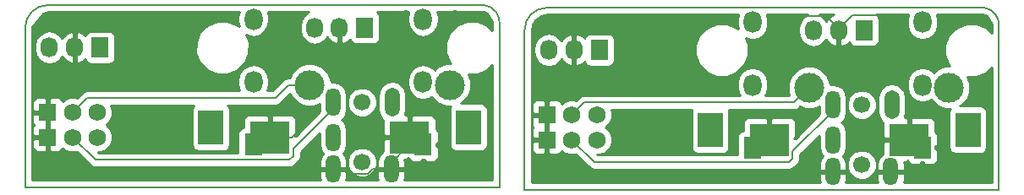
<source format=gbl>
G04 #@! TF.FileFunction,Copper,L2,Bot,Signal*
%FSLAX45Y45*%
G04 Gerber Fmt 4.5, Leading zero omitted, Abs format (unit mm)*
G04 Created by KiCad (PCBNEW 4.0.6+dfsg1-1) date Thu Nov  2 20:52:10 2017*
%MOMM*%
%LPD*%
G01*
G04 APERTURE LIST*
%ADD10C,0.150000*%
%ADD11R,1.800860X2.199640*%
%ADD12O,1.800860X2.199640*%
%ADD13R,1.727200X2.032000*%
%ADD14O,1.727200X2.032000*%
%ADD15C,1.750060*%
%ADD16R,1.750060X1.750060*%
%ADD17R,4.000000X3.200000*%
%ADD18C,3.000000*%
%ADD19R,2.500000X3.500000*%
%ADD20O,1.500000X2.800000*%
%ADD21O,1.500000X2.900000*%
%ADD22C,1.700000*%
%ADD23C,0.889000*%
%ADD24C,0.200000*%
%ADD25C,0.254000*%
G04 APERTURE END LIST*
D10*
X19975000Y-15340000D02*
X15225000Y-15340000D01*
X15450000Y-13515000D02*
G75*
G03X15225000Y-13740000I0J-225000D01*
G01*
X19975000Y-13715000D02*
G75*
G03X19825000Y-13515000I-175000J25000D01*
G01*
X15225000Y-15340000D02*
X15225000Y-13740000D01*
X15450000Y-13515000D02*
X19825000Y-13515000D01*
X19975000Y-15340000D02*
X19975000Y-13715000D01*
X14975000Y-15315000D02*
X14975000Y-13690000D01*
X10450000Y-13490000D02*
X14825000Y-13490000D01*
X10225000Y-15315000D02*
X10225000Y-13715000D01*
X14975000Y-13690000D02*
G75*
G03X14825000Y-13490000I-175000J25000D01*
G01*
X10450000Y-13490000D02*
G75*
G03X10225000Y-13715000I0J-225000D01*
G01*
X14975000Y-15315000D02*
X10225000Y-15315000D01*
D11*
X17510000Y-14919884D03*
D12*
X17510000Y-14289964D03*
X17510000Y-13660044D03*
D11*
X19210000Y-14919884D03*
D12*
X19210000Y-14289964D03*
X19210000Y-13660044D03*
D13*
X15975000Y-13940000D03*
D14*
X15721000Y-13940000D03*
X15467000Y-13940000D03*
D15*
X15949936Y-14589938D03*
D16*
X15450064Y-14589938D03*
D15*
X15700000Y-14589938D03*
X15700000Y-14839874D03*
D16*
X15450064Y-14839874D03*
D15*
X15949936Y-14839874D03*
D13*
X18625000Y-13740000D03*
D14*
X18371000Y-13740000D03*
X18117000Y-13740000D03*
D17*
X19075000Y-14840000D03*
X17675000Y-14840000D03*
D18*
X19475000Y-14315000D03*
X18075000Y-14315000D03*
D19*
X19665000Y-14740000D03*
X17085000Y-14740000D03*
D20*
X18892500Y-15160000D03*
X18312500Y-15160000D03*
X18312500Y-14840000D03*
X18312500Y-14490000D03*
D21*
X18902500Y-14490000D03*
D22*
X18602500Y-15090000D03*
X18602500Y-14490000D03*
D13*
X10975000Y-13915000D03*
D14*
X10721000Y-13915000D03*
X10467000Y-13915000D03*
D15*
X10949936Y-14564938D03*
D16*
X10450064Y-14564938D03*
D15*
X10700000Y-14564938D03*
X10700000Y-14814874D03*
D16*
X10450064Y-14814874D03*
D15*
X10949936Y-14814874D03*
D13*
X13625000Y-13715000D03*
D14*
X13371000Y-13715000D03*
X13125000Y-13715000D03*
D17*
X14075000Y-14815000D03*
X12675000Y-14815000D03*
D18*
X14475000Y-14290000D03*
X13075000Y-14290000D03*
D19*
X14665000Y-14715000D03*
X12085000Y-14715000D03*
D20*
X13890000Y-15135000D03*
X13310000Y-15135000D03*
X13310000Y-14815000D03*
X13310000Y-14465000D03*
D21*
X13900000Y-14465000D03*
D22*
X13600000Y-15065000D03*
X13600000Y-14465000D03*
D11*
X12510000Y-14889884D03*
D12*
X12510000Y-14259964D03*
X12510000Y-13630044D03*
D11*
X14210000Y-14889884D03*
D12*
X14210000Y-14259964D03*
X14210000Y-13630044D03*
D23*
X18960000Y-13625000D03*
X16840000Y-14915000D03*
X16295000Y-14670000D03*
X16265000Y-13740000D03*
X16835000Y-14090000D03*
X17200000Y-14305000D03*
X17815000Y-13925000D03*
X19530000Y-13650000D03*
X19330000Y-13985000D03*
X18940000Y-14150000D03*
X18575000Y-14045000D03*
X18320000Y-14045000D03*
X19780000Y-14360000D03*
X19680000Y-15140000D03*
X13755000Y-14270000D03*
X13455000Y-14270000D03*
X11785000Y-14575000D03*
X11315000Y-14895000D03*
X10615000Y-15155000D03*
X11970000Y-13625000D03*
X11830000Y-14095000D03*
X11340000Y-14140000D03*
X11350000Y-13665000D03*
X12825000Y-13770000D03*
X14035000Y-13585000D03*
X14530000Y-13585000D03*
X14330000Y-13900000D03*
X14060000Y-13860000D03*
X14020000Y-14050000D03*
X13380000Y-14010000D03*
X14790000Y-14340000D03*
X14510000Y-15130000D03*
D24*
X15700000Y-14839874D02*
X15925392Y-15065266D01*
X15925392Y-15065266D02*
X17873454Y-15065266D01*
X17873454Y-15065266D02*
X17910400Y-15028320D01*
X17910400Y-15028320D02*
X17910400Y-14957100D01*
X17910400Y-14957100D02*
X18312500Y-14555000D01*
X18312500Y-14555000D02*
X18312500Y-14490000D01*
X15700000Y-14589938D02*
X15822903Y-14467035D01*
X15822903Y-14467035D02*
X17922965Y-14467035D01*
X17922965Y-14467035D02*
X17925000Y-14465000D01*
X17925000Y-14465000D02*
X18075000Y-14315000D01*
X10700000Y-14814874D02*
X10927892Y-15042766D01*
X10927892Y-15042766D02*
X12870954Y-15042766D01*
X12870954Y-15042766D02*
X12910400Y-15003320D01*
X12910400Y-15003320D02*
X12910400Y-14929600D01*
X12910400Y-14929600D02*
X13310000Y-14530000D01*
X13310000Y-14530000D02*
X13310000Y-14465000D01*
X10700000Y-14564938D02*
X10844938Y-14420000D01*
X10844938Y-14420000D02*
X12732868Y-14420000D01*
X12732868Y-14420000D02*
X12862868Y-14290000D01*
X12862868Y-14290000D02*
X13075000Y-14290000D01*
X18940000Y-13645000D02*
X18960000Y-13625000D01*
X18940000Y-14150000D02*
X18940000Y-13645000D01*
X18505760Y-13590000D02*
X18785000Y-13590000D01*
X18371000Y-13724760D02*
X18505760Y-13590000D01*
X16295000Y-14670000D02*
X16540000Y-14915000D01*
X16540000Y-14915000D02*
X16840000Y-14915000D01*
X17200000Y-14305000D02*
X17050000Y-14305000D01*
X17050000Y-14305000D02*
X16835000Y-14090000D01*
X17892001Y-13602999D02*
X17815000Y-13680000D01*
X17815000Y-13680000D02*
X17815000Y-13925000D01*
X18371000Y-13740000D02*
X18371000Y-13724760D01*
X18371000Y-13724760D02*
X18249239Y-13602999D01*
X18249239Y-13602999D02*
X17892001Y-13602999D01*
X18940000Y-14150000D02*
X19105000Y-13985000D01*
X19105000Y-13985000D02*
X19330000Y-13985000D01*
X18320000Y-14045000D02*
X18575000Y-14045000D01*
X19870000Y-14980000D02*
X19870000Y-14450000D01*
X19870000Y-14450000D02*
X19780000Y-14360000D01*
X19754450Y-15095550D02*
X19870000Y-14980000D01*
X19680000Y-15140000D02*
X19724450Y-15095550D01*
X19724450Y-15095550D02*
X19754450Y-15095550D01*
X13380000Y-14195000D02*
X13410550Y-14225550D01*
X13380000Y-14010000D02*
X13380000Y-14195000D01*
X13410550Y-14225550D02*
X13455000Y-14270000D01*
X12985000Y-14725000D02*
X12985000Y-14675000D01*
X12675000Y-14815000D02*
X12895000Y-14815000D01*
X12895000Y-14815000D02*
X12985000Y-14725000D01*
X11315000Y-14895000D02*
X11635000Y-14575000D01*
X11635000Y-14575000D02*
X11785000Y-14575000D01*
X10672687Y-15145000D02*
X10625000Y-15145000D01*
X10625000Y-15145000D02*
X10615000Y-15155000D01*
X10450064Y-14814874D02*
X10450064Y-14922377D01*
X10450064Y-14922377D02*
X10672687Y-15145000D01*
X11830000Y-14095000D02*
X11830000Y-13765000D01*
X11830000Y-13765000D02*
X11970000Y-13625000D01*
X11350000Y-13665000D02*
X11350000Y-14130000D01*
X11350000Y-14130000D02*
X11340000Y-14140000D01*
X14060000Y-13860000D02*
X14060000Y-13610000D01*
X14060000Y-13610000D02*
X14035000Y-13585000D01*
X14060000Y-13860000D02*
X14290000Y-13860000D01*
X14290000Y-13860000D02*
X14330000Y-13900000D01*
X13380000Y-14010000D02*
X13980000Y-14010000D01*
X13980000Y-14010000D02*
X14020000Y-14050000D01*
X14860000Y-15000000D02*
X14860000Y-14410000D01*
X14860000Y-14410000D02*
X14790000Y-14340000D01*
X14730000Y-15130000D02*
X14860000Y-15000000D01*
X14510000Y-15130000D02*
X14730000Y-15130000D01*
X13890000Y-15135000D02*
X13708192Y-15135000D01*
X13708192Y-15135000D02*
X13657792Y-15185400D01*
X13657792Y-15185400D02*
X13455400Y-15185400D01*
X13455400Y-15185400D02*
X13405000Y-15135000D01*
X13405000Y-15135000D02*
X13310000Y-15135000D01*
X14207500Y-14897384D02*
X14097457Y-14897384D01*
X14097457Y-14897384D02*
X14075000Y-14874927D01*
X14075000Y-14874927D02*
X14075000Y-14815000D01*
X13890000Y-15135000D02*
X13890000Y-15070000D01*
X13890000Y-15070000D02*
X14075000Y-14885000D01*
X14075000Y-14885000D02*
X14075000Y-14815000D01*
D25*
G36*
X12356457Y-13606706D02*
X12356457Y-13653382D01*
X12366604Y-13704395D01*
X12351271Y-13689034D01*
X12253283Y-13648346D01*
X12147183Y-13648254D01*
X12049124Y-13688771D01*
X11974034Y-13763729D01*
X11933346Y-13861717D01*
X11933254Y-13967817D01*
X11973771Y-14065876D01*
X12048729Y-14140965D01*
X12146717Y-14181654D01*
X12252817Y-14181746D01*
X12350876Y-14141229D01*
X12425965Y-14066271D01*
X12466654Y-13968283D01*
X12466746Y-13862183D01*
X12434448Y-13784016D01*
X12451242Y-13795237D01*
X12510000Y-13806925D01*
X12568758Y-13795237D01*
X12618571Y-13761953D01*
X12651855Y-13712140D01*
X12663543Y-13653382D01*
X12663543Y-13606706D01*
X12654451Y-13561000D01*
X13063270Y-13561000D01*
X13019033Y-13590558D01*
X12986547Y-13639177D01*
X12975140Y-13696525D01*
X12975140Y-13733474D01*
X12986547Y-13790823D01*
X13019033Y-13839441D01*
X13067651Y-13871927D01*
X13125000Y-13883334D01*
X13182349Y-13871927D01*
X13230967Y-13839441D01*
X13248223Y-13813616D01*
X13280796Y-13850073D01*
X13333521Y-13875471D01*
X13335097Y-13875736D01*
X13358300Y-13863622D01*
X13358300Y-13727700D01*
X13356300Y-13727700D01*
X13356300Y-13702300D01*
X13358300Y-13702300D01*
X13358300Y-13700300D01*
X13383700Y-13700300D01*
X13383700Y-13702300D01*
X13385700Y-13702300D01*
X13385700Y-13727700D01*
X13383700Y-13727700D01*
X13383700Y-13863622D01*
X13406903Y-13875736D01*
X13408479Y-13875471D01*
X13461204Y-13850073D01*
X13476891Y-13832515D01*
X13478324Y-13840132D01*
X13492231Y-13861744D01*
X13513451Y-13876243D01*
X13538640Y-13881344D01*
X13711360Y-13881344D01*
X13734892Y-13876916D01*
X13756504Y-13863009D01*
X13771003Y-13841789D01*
X13776104Y-13816600D01*
X13776104Y-13613400D01*
X13771676Y-13589868D01*
X13757769Y-13568256D01*
X13747150Y-13561000D01*
X14065549Y-13561000D01*
X14056457Y-13606706D01*
X14056457Y-13653382D01*
X14068145Y-13712140D01*
X14101429Y-13761953D01*
X14151242Y-13795237D01*
X14210000Y-13806925D01*
X14268758Y-13795237D01*
X14318571Y-13761953D01*
X14351855Y-13712140D01*
X14363543Y-13653382D01*
X14363543Y-13606706D01*
X14354451Y-13561000D01*
X14812876Y-13561000D01*
X14853184Y-13575179D01*
X14860642Y-13581866D01*
X14902148Y-13657960D01*
X14904000Y-13691934D01*
X14904000Y-13741856D01*
X14851271Y-13689034D01*
X14753283Y-13648346D01*
X14647183Y-13648254D01*
X14549124Y-13688771D01*
X14474034Y-13763729D01*
X14433346Y-13861717D01*
X14433254Y-13967817D01*
X14473771Y-14065876D01*
X14484384Y-14076508D01*
X14432718Y-14076463D01*
X14354220Y-14108898D01*
X14325157Y-14137911D01*
X14318571Y-14128055D01*
X14268758Y-14094771D01*
X14210000Y-14083083D01*
X14151242Y-14094771D01*
X14101429Y-14128055D01*
X14068145Y-14177868D01*
X14056457Y-14236626D01*
X14056457Y-14283302D01*
X14068145Y-14342060D01*
X14101429Y-14391873D01*
X14151242Y-14425157D01*
X14210000Y-14436845D01*
X14268758Y-14425157D01*
X14293114Y-14408883D01*
X14293898Y-14410780D01*
X14353904Y-14470891D01*
X14432346Y-14503463D01*
X14488077Y-14503511D01*
X14480357Y-14514811D01*
X14475256Y-14540000D01*
X14475256Y-14890000D01*
X14479684Y-14913532D01*
X14493591Y-14935144D01*
X14514811Y-14949643D01*
X14540000Y-14954744D01*
X14790000Y-14954744D01*
X14813532Y-14950316D01*
X14835144Y-14936409D01*
X14849643Y-14915189D01*
X14854744Y-14890000D01*
X14854744Y-14540000D01*
X14850316Y-14516468D01*
X14836409Y-14494856D01*
X14815189Y-14480357D01*
X14790000Y-14475256D01*
X14585727Y-14475256D01*
X14595780Y-14471102D01*
X14655891Y-14411096D01*
X14688463Y-14332654D01*
X14688537Y-14247718D01*
X14661245Y-14181666D01*
X14752817Y-14181746D01*
X14850876Y-14141229D01*
X14904000Y-14088198D01*
X14904000Y-15244000D01*
X14019235Y-15244000D01*
X14028500Y-15212700D01*
X14028500Y-15147700D01*
X13902700Y-15147700D01*
X13902700Y-15149700D01*
X13877300Y-15149700D01*
X13877300Y-15147700D01*
X13751500Y-15147700D01*
X13751500Y-15212700D01*
X13760765Y-15244000D01*
X13439235Y-15244000D01*
X13448500Y-15212700D01*
X13448500Y-15147700D01*
X13322700Y-15147700D01*
X13322700Y-15149700D01*
X13297300Y-15149700D01*
X13297300Y-15147700D01*
X13171500Y-15147700D01*
X13171500Y-15212700D01*
X13180765Y-15244000D01*
X10296000Y-15244000D01*
X10296000Y-14843449D01*
X10299061Y-14843449D01*
X10299061Y-14915008D01*
X10308728Y-14938347D01*
X10326591Y-14956210D01*
X10349930Y-14965877D01*
X10421489Y-14965877D01*
X10437364Y-14950002D01*
X10437364Y-14827574D01*
X10314936Y-14827574D01*
X10299061Y-14843449D01*
X10296000Y-14843449D01*
X10296000Y-14593513D01*
X10299061Y-14593513D01*
X10299061Y-14665072D01*
X10308728Y-14688411D01*
X10310224Y-14689906D01*
X10308728Y-14691401D01*
X10299061Y-14714740D01*
X10299061Y-14786299D01*
X10314936Y-14802174D01*
X10437364Y-14802174D01*
X10437364Y-14577638D01*
X10314936Y-14577638D01*
X10299061Y-14593513D01*
X10296000Y-14593513D01*
X10296000Y-14464804D01*
X10299061Y-14464804D01*
X10299061Y-14536363D01*
X10314936Y-14552238D01*
X10437364Y-14552238D01*
X10437364Y-14429810D01*
X10462764Y-14429810D01*
X10462764Y-14552238D01*
X10464764Y-14552238D01*
X10464764Y-14577638D01*
X10462764Y-14577638D01*
X10462764Y-14802174D01*
X10464764Y-14802174D01*
X10464764Y-14827574D01*
X10462764Y-14827574D01*
X10462764Y-14950002D01*
X10478639Y-14965877D01*
X10550198Y-14965877D01*
X10573537Y-14956210D01*
X10591400Y-14938347D01*
X10596823Y-14925254D01*
X10614352Y-14942813D01*
X10669832Y-14965851D01*
X10729905Y-14965903D01*
X10742061Y-14960880D01*
X10875920Y-15094738D01*
X10899765Y-15110671D01*
X10927892Y-15116266D01*
X12870954Y-15116266D01*
X12899081Y-15110671D01*
X12922926Y-15094738D01*
X12962372Y-15055292D01*
X12978305Y-15031447D01*
X12983900Y-15003320D01*
X12983900Y-14960044D01*
X13171500Y-14772445D01*
X13171500Y-14883987D01*
X13182043Y-14936988D01*
X13209232Y-14977680D01*
X13186903Y-15005265D01*
X13171500Y-15057300D01*
X13171500Y-15122300D01*
X13297300Y-15122300D01*
X13297300Y-15120300D01*
X13322700Y-15120300D01*
X13322700Y-15122300D01*
X13448500Y-15122300D01*
X13448500Y-15094409D01*
X13451474Y-15094409D01*
X13474034Y-15149009D01*
X13515772Y-15190819D01*
X13570332Y-15213474D01*
X13629409Y-15213526D01*
X13684009Y-15190966D01*
X13725819Y-15149228D01*
X13748474Y-15094668D01*
X13748507Y-15057300D01*
X13751500Y-15057300D01*
X13751500Y-15122300D01*
X13877300Y-15122300D01*
X13877300Y-15120300D01*
X13902700Y-15120300D01*
X13902700Y-15122300D01*
X14028500Y-15122300D01*
X14028500Y-15057300D01*
X14022935Y-15038500D01*
X14046425Y-15038500D01*
X14061135Y-15023790D01*
X14062300Y-15026603D01*
X14062300Y-15038500D01*
X14068788Y-15038500D01*
X14083987Y-15053699D01*
X14107326Y-15063366D01*
X14181425Y-15063366D01*
X14197300Y-15047491D01*
X14197300Y-15038500D01*
X14222700Y-15038500D01*
X14222700Y-15047491D01*
X14238575Y-15063366D01*
X14312674Y-15063366D01*
X14336013Y-15053699D01*
X14353876Y-15035836D01*
X14363543Y-15012497D01*
X14363543Y-14918459D01*
X14347668Y-14902584D01*
X14338500Y-14902584D01*
X14338500Y-14877184D01*
X14347668Y-14877184D01*
X14363543Y-14861309D01*
X14363543Y-14767271D01*
X14353876Y-14743932D01*
X14338500Y-14728556D01*
X14338500Y-14642369D01*
X14328833Y-14619030D01*
X14310970Y-14601167D01*
X14287631Y-14591500D01*
X14103575Y-14591500D01*
X14087700Y-14607375D01*
X14087700Y-14724531D01*
X14083987Y-14726069D01*
X14066124Y-14743932D01*
X14062300Y-14753165D01*
X14062300Y-14607375D01*
X14046425Y-14591500D01*
X14028074Y-14591500D01*
X14038500Y-14539085D01*
X14038500Y-14390915D01*
X14027957Y-14337913D01*
X13997934Y-14292981D01*
X13953002Y-14262958D01*
X13900000Y-14252415D01*
X13846998Y-14262958D01*
X13802066Y-14292981D01*
X13772043Y-14337913D01*
X13761500Y-14390915D01*
X13761500Y-14539085D01*
X13772043Y-14592086D01*
X13802066Y-14637019D01*
X13811500Y-14643323D01*
X13811500Y-14786425D01*
X13827375Y-14802300D01*
X14056457Y-14802300D01*
X14056457Y-14827700D01*
X13827375Y-14827700D01*
X13811500Y-14843575D01*
X13811500Y-14957407D01*
X13801046Y-14963085D01*
X13766903Y-15005265D01*
X13751500Y-15057300D01*
X13748507Y-15057300D01*
X13748526Y-15035591D01*
X13725966Y-14980991D01*
X13684228Y-14939181D01*
X13629668Y-14916526D01*
X13570591Y-14916474D01*
X13515991Y-14939034D01*
X13474181Y-14980772D01*
X13451526Y-15035332D01*
X13451474Y-15094409D01*
X13448500Y-15094409D01*
X13448500Y-15057300D01*
X13433097Y-15005265D01*
X13410768Y-14977680D01*
X13437957Y-14936988D01*
X13448500Y-14883987D01*
X13448500Y-14746013D01*
X13437957Y-14693011D01*
X13407934Y-14648079D01*
X13395843Y-14640000D01*
X13407934Y-14631921D01*
X13437957Y-14586988D01*
X13448500Y-14533987D01*
X13448500Y-14494409D01*
X13451474Y-14494409D01*
X13474034Y-14549009D01*
X13515772Y-14590819D01*
X13570332Y-14613474D01*
X13629409Y-14613526D01*
X13684009Y-14590966D01*
X13725819Y-14549228D01*
X13748474Y-14494668D01*
X13748526Y-14435591D01*
X13725966Y-14380991D01*
X13684228Y-14339181D01*
X13629668Y-14316526D01*
X13570591Y-14316474D01*
X13515991Y-14339034D01*
X13474181Y-14380772D01*
X13451526Y-14435332D01*
X13451474Y-14494409D01*
X13448500Y-14494409D01*
X13448500Y-14396013D01*
X13437957Y-14343011D01*
X13407934Y-14298079D01*
X13363002Y-14268056D01*
X13310000Y-14257513D01*
X13288525Y-14261785D01*
X13288537Y-14247718D01*
X13256102Y-14169220D01*
X13196096Y-14109109D01*
X13117654Y-14076537D01*
X13032718Y-14076463D01*
X12954220Y-14108898D01*
X12894109Y-14168904D01*
X12874345Y-14216500D01*
X12862868Y-14216500D01*
X12834741Y-14222095D01*
X12810896Y-14238028D01*
X12702423Y-14346500D01*
X12648889Y-14346500D01*
X12651855Y-14342060D01*
X12663543Y-14283302D01*
X12663543Y-14236626D01*
X12651855Y-14177868D01*
X12618571Y-14128055D01*
X12568758Y-14094771D01*
X12510000Y-14083083D01*
X12451242Y-14094771D01*
X12401429Y-14128055D01*
X12368145Y-14177868D01*
X12356457Y-14236626D01*
X12356457Y-14283302D01*
X12368145Y-14342060D01*
X12371111Y-14346500D01*
X10844938Y-14346500D01*
X10816811Y-14352095D01*
X10792966Y-14368028D01*
X10742084Y-14418909D01*
X10730168Y-14413961D01*
X10670095Y-14413909D01*
X10614575Y-14436849D01*
X10596827Y-14454567D01*
X10591400Y-14441465D01*
X10573537Y-14423602D01*
X10550198Y-14413935D01*
X10478639Y-14413935D01*
X10462764Y-14429810D01*
X10437364Y-14429810D01*
X10421489Y-14413935D01*
X10349930Y-14413935D01*
X10326591Y-14423602D01*
X10308728Y-14441465D01*
X10299061Y-14464804D01*
X10296000Y-14464804D01*
X10296000Y-13896525D01*
X10317140Y-13896525D01*
X10317140Y-13933474D01*
X10328547Y-13990823D01*
X10361033Y-14039441D01*
X10409651Y-14071927D01*
X10467000Y-14083334D01*
X10524349Y-14071927D01*
X10572967Y-14039441D01*
X10593646Y-14008493D01*
X10630796Y-14050073D01*
X10683521Y-14075471D01*
X10685097Y-14075736D01*
X10708300Y-14063622D01*
X10708300Y-13927700D01*
X10706300Y-13927700D01*
X10706300Y-13902300D01*
X10708300Y-13902300D01*
X10708300Y-13766378D01*
X10733700Y-13766378D01*
X10733700Y-13902300D01*
X10735700Y-13902300D01*
X10735700Y-13927700D01*
X10733700Y-13927700D01*
X10733700Y-14063622D01*
X10756903Y-14075736D01*
X10758479Y-14075471D01*
X10811204Y-14050073D01*
X10826891Y-14032515D01*
X10828324Y-14040132D01*
X10842231Y-14061744D01*
X10863451Y-14076243D01*
X10888640Y-14081344D01*
X11061360Y-14081344D01*
X11084892Y-14076916D01*
X11106504Y-14063009D01*
X11121003Y-14041789D01*
X11126104Y-14016600D01*
X11126104Y-13813400D01*
X11121676Y-13789868D01*
X11107769Y-13768256D01*
X11086549Y-13753757D01*
X11061360Y-13748656D01*
X10888640Y-13748656D01*
X10865108Y-13753084D01*
X10843496Y-13766991D01*
X10828997Y-13788211D01*
X10827077Y-13797693D01*
X10811204Y-13779927D01*
X10758479Y-13754529D01*
X10756903Y-13754264D01*
X10733700Y-13766378D01*
X10708300Y-13766378D01*
X10685097Y-13754264D01*
X10683521Y-13754529D01*
X10630796Y-13779927D01*
X10593646Y-13821507D01*
X10572967Y-13790558D01*
X10524349Y-13758073D01*
X10467000Y-13746665D01*
X10409651Y-13758073D01*
X10361033Y-13790558D01*
X10328547Y-13839177D01*
X10317140Y-13896525D01*
X10296000Y-13896525D01*
X10296000Y-13721993D01*
X10298753Y-13708152D01*
X10403396Y-13571661D01*
X10456993Y-13561000D01*
X12365549Y-13561000D01*
X12356457Y-13606706D01*
X12356457Y-13606706D01*
G37*
X12356457Y-13606706D02*
X12356457Y-13653382D01*
X12366604Y-13704395D01*
X12351271Y-13689034D01*
X12253283Y-13648346D01*
X12147183Y-13648254D01*
X12049124Y-13688771D01*
X11974034Y-13763729D01*
X11933346Y-13861717D01*
X11933254Y-13967817D01*
X11973771Y-14065876D01*
X12048729Y-14140965D01*
X12146717Y-14181654D01*
X12252817Y-14181746D01*
X12350876Y-14141229D01*
X12425965Y-14066271D01*
X12466654Y-13968283D01*
X12466746Y-13862183D01*
X12434448Y-13784016D01*
X12451242Y-13795237D01*
X12510000Y-13806925D01*
X12568758Y-13795237D01*
X12618571Y-13761953D01*
X12651855Y-13712140D01*
X12663543Y-13653382D01*
X12663543Y-13606706D01*
X12654451Y-13561000D01*
X13063270Y-13561000D01*
X13019033Y-13590558D01*
X12986547Y-13639177D01*
X12975140Y-13696525D01*
X12975140Y-13733474D01*
X12986547Y-13790823D01*
X13019033Y-13839441D01*
X13067651Y-13871927D01*
X13125000Y-13883334D01*
X13182349Y-13871927D01*
X13230967Y-13839441D01*
X13248223Y-13813616D01*
X13280796Y-13850073D01*
X13333521Y-13875471D01*
X13335097Y-13875736D01*
X13358300Y-13863622D01*
X13358300Y-13727700D01*
X13356300Y-13727700D01*
X13356300Y-13702300D01*
X13358300Y-13702300D01*
X13358300Y-13700300D01*
X13383700Y-13700300D01*
X13383700Y-13702300D01*
X13385700Y-13702300D01*
X13385700Y-13727700D01*
X13383700Y-13727700D01*
X13383700Y-13863622D01*
X13406903Y-13875736D01*
X13408479Y-13875471D01*
X13461204Y-13850073D01*
X13476891Y-13832515D01*
X13478324Y-13840132D01*
X13492231Y-13861744D01*
X13513451Y-13876243D01*
X13538640Y-13881344D01*
X13711360Y-13881344D01*
X13734892Y-13876916D01*
X13756504Y-13863009D01*
X13771003Y-13841789D01*
X13776104Y-13816600D01*
X13776104Y-13613400D01*
X13771676Y-13589868D01*
X13757769Y-13568256D01*
X13747150Y-13561000D01*
X14065549Y-13561000D01*
X14056457Y-13606706D01*
X14056457Y-13653382D01*
X14068145Y-13712140D01*
X14101429Y-13761953D01*
X14151242Y-13795237D01*
X14210000Y-13806925D01*
X14268758Y-13795237D01*
X14318571Y-13761953D01*
X14351855Y-13712140D01*
X14363543Y-13653382D01*
X14363543Y-13606706D01*
X14354451Y-13561000D01*
X14812876Y-13561000D01*
X14853184Y-13575179D01*
X14860642Y-13581866D01*
X14902148Y-13657960D01*
X14904000Y-13691934D01*
X14904000Y-13741856D01*
X14851271Y-13689034D01*
X14753283Y-13648346D01*
X14647183Y-13648254D01*
X14549124Y-13688771D01*
X14474034Y-13763729D01*
X14433346Y-13861717D01*
X14433254Y-13967817D01*
X14473771Y-14065876D01*
X14484384Y-14076508D01*
X14432718Y-14076463D01*
X14354220Y-14108898D01*
X14325157Y-14137911D01*
X14318571Y-14128055D01*
X14268758Y-14094771D01*
X14210000Y-14083083D01*
X14151242Y-14094771D01*
X14101429Y-14128055D01*
X14068145Y-14177868D01*
X14056457Y-14236626D01*
X14056457Y-14283302D01*
X14068145Y-14342060D01*
X14101429Y-14391873D01*
X14151242Y-14425157D01*
X14210000Y-14436845D01*
X14268758Y-14425157D01*
X14293114Y-14408883D01*
X14293898Y-14410780D01*
X14353904Y-14470891D01*
X14432346Y-14503463D01*
X14488077Y-14503511D01*
X14480357Y-14514811D01*
X14475256Y-14540000D01*
X14475256Y-14890000D01*
X14479684Y-14913532D01*
X14493591Y-14935144D01*
X14514811Y-14949643D01*
X14540000Y-14954744D01*
X14790000Y-14954744D01*
X14813532Y-14950316D01*
X14835144Y-14936409D01*
X14849643Y-14915189D01*
X14854744Y-14890000D01*
X14854744Y-14540000D01*
X14850316Y-14516468D01*
X14836409Y-14494856D01*
X14815189Y-14480357D01*
X14790000Y-14475256D01*
X14585727Y-14475256D01*
X14595780Y-14471102D01*
X14655891Y-14411096D01*
X14688463Y-14332654D01*
X14688537Y-14247718D01*
X14661245Y-14181666D01*
X14752817Y-14181746D01*
X14850876Y-14141229D01*
X14904000Y-14088198D01*
X14904000Y-15244000D01*
X14019235Y-15244000D01*
X14028500Y-15212700D01*
X14028500Y-15147700D01*
X13902700Y-15147700D01*
X13902700Y-15149700D01*
X13877300Y-15149700D01*
X13877300Y-15147700D01*
X13751500Y-15147700D01*
X13751500Y-15212700D01*
X13760765Y-15244000D01*
X13439235Y-15244000D01*
X13448500Y-15212700D01*
X13448500Y-15147700D01*
X13322700Y-15147700D01*
X13322700Y-15149700D01*
X13297300Y-15149700D01*
X13297300Y-15147700D01*
X13171500Y-15147700D01*
X13171500Y-15212700D01*
X13180765Y-15244000D01*
X10296000Y-15244000D01*
X10296000Y-14843449D01*
X10299061Y-14843449D01*
X10299061Y-14915008D01*
X10308728Y-14938347D01*
X10326591Y-14956210D01*
X10349930Y-14965877D01*
X10421489Y-14965877D01*
X10437364Y-14950002D01*
X10437364Y-14827574D01*
X10314936Y-14827574D01*
X10299061Y-14843449D01*
X10296000Y-14843449D01*
X10296000Y-14593513D01*
X10299061Y-14593513D01*
X10299061Y-14665072D01*
X10308728Y-14688411D01*
X10310224Y-14689906D01*
X10308728Y-14691401D01*
X10299061Y-14714740D01*
X10299061Y-14786299D01*
X10314936Y-14802174D01*
X10437364Y-14802174D01*
X10437364Y-14577638D01*
X10314936Y-14577638D01*
X10299061Y-14593513D01*
X10296000Y-14593513D01*
X10296000Y-14464804D01*
X10299061Y-14464804D01*
X10299061Y-14536363D01*
X10314936Y-14552238D01*
X10437364Y-14552238D01*
X10437364Y-14429810D01*
X10462764Y-14429810D01*
X10462764Y-14552238D01*
X10464764Y-14552238D01*
X10464764Y-14577638D01*
X10462764Y-14577638D01*
X10462764Y-14802174D01*
X10464764Y-14802174D01*
X10464764Y-14827574D01*
X10462764Y-14827574D01*
X10462764Y-14950002D01*
X10478639Y-14965877D01*
X10550198Y-14965877D01*
X10573537Y-14956210D01*
X10591400Y-14938347D01*
X10596823Y-14925254D01*
X10614352Y-14942813D01*
X10669832Y-14965851D01*
X10729905Y-14965903D01*
X10742061Y-14960880D01*
X10875920Y-15094738D01*
X10899765Y-15110671D01*
X10927892Y-15116266D01*
X12870954Y-15116266D01*
X12899081Y-15110671D01*
X12922926Y-15094738D01*
X12962372Y-15055292D01*
X12978305Y-15031447D01*
X12983900Y-15003320D01*
X12983900Y-14960044D01*
X13171500Y-14772445D01*
X13171500Y-14883987D01*
X13182043Y-14936988D01*
X13209232Y-14977680D01*
X13186903Y-15005265D01*
X13171500Y-15057300D01*
X13171500Y-15122300D01*
X13297300Y-15122300D01*
X13297300Y-15120300D01*
X13322700Y-15120300D01*
X13322700Y-15122300D01*
X13448500Y-15122300D01*
X13448500Y-15094409D01*
X13451474Y-15094409D01*
X13474034Y-15149009D01*
X13515772Y-15190819D01*
X13570332Y-15213474D01*
X13629409Y-15213526D01*
X13684009Y-15190966D01*
X13725819Y-15149228D01*
X13748474Y-15094668D01*
X13748507Y-15057300D01*
X13751500Y-15057300D01*
X13751500Y-15122300D01*
X13877300Y-15122300D01*
X13877300Y-15120300D01*
X13902700Y-15120300D01*
X13902700Y-15122300D01*
X14028500Y-15122300D01*
X14028500Y-15057300D01*
X14022935Y-15038500D01*
X14046425Y-15038500D01*
X14061135Y-15023790D01*
X14062300Y-15026603D01*
X14062300Y-15038500D01*
X14068788Y-15038500D01*
X14083987Y-15053699D01*
X14107326Y-15063366D01*
X14181425Y-15063366D01*
X14197300Y-15047491D01*
X14197300Y-15038500D01*
X14222700Y-15038500D01*
X14222700Y-15047491D01*
X14238575Y-15063366D01*
X14312674Y-15063366D01*
X14336013Y-15053699D01*
X14353876Y-15035836D01*
X14363543Y-15012497D01*
X14363543Y-14918459D01*
X14347668Y-14902584D01*
X14338500Y-14902584D01*
X14338500Y-14877184D01*
X14347668Y-14877184D01*
X14363543Y-14861309D01*
X14363543Y-14767271D01*
X14353876Y-14743932D01*
X14338500Y-14728556D01*
X14338500Y-14642369D01*
X14328833Y-14619030D01*
X14310970Y-14601167D01*
X14287631Y-14591500D01*
X14103575Y-14591500D01*
X14087700Y-14607375D01*
X14087700Y-14724531D01*
X14083987Y-14726069D01*
X14066124Y-14743932D01*
X14062300Y-14753165D01*
X14062300Y-14607375D01*
X14046425Y-14591500D01*
X14028074Y-14591500D01*
X14038500Y-14539085D01*
X14038500Y-14390915D01*
X14027957Y-14337913D01*
X13997934Y-14292981D01*
X13953002Y-14262958D01*
X13900000Y-14252415D01*
X13846998Y-14262958D01*
X13802066Y-14292981D01*
X13772043Y-14337913D01*
X13761500Y-14390915D01*
X13761500Y-14539085D01*
X13772043Y-14592086D01*
X13802066Y-14637019D01*
X13811500Y-14643323D01*
X13811500Y-14786425D01*
X13827375Y-14802300D01*
X14056457Y-14802300D01*
X14056457Y-14827700D01*
X13827375Y-14827700D01*
X13811500Y-14843575D01*
X13811500Y-14957407D01*
X13801046Y-14963085D01*
X13766903Y-15005265D01*
X13751500Y-15057300D01*
X13748507Y-15057300D01*
X13748526Y-15035591D01*
X13725966Y-14980991D01*
X13684228Y-14939181D01*
X13629668Y-14916526D01*
X13570591Y-14916474D01*
X13515991Y-14939034D01*
X13474181Y-14980772D01*
X13451526Y-15035332D01*
X13451474Y-15094409D01*
X13448500Y-15094409D01*
X13448500Y-15057300D01*
X13433097Y-15005265D01*
X13410768Y-14977680D01*
X13437957Y-14936988D01*
X13448500Y-14883987D01*
X13448500Y-14746013D01*
X13437957Y-14693011D01*
X13407934Y-14648079D01*
X13395843Y-14640000D01*
X13407934Y-14631921D01*
X13437957Y-14586988D01*
X13448500Y-14533987D01*
X13448500Y-14494409D01*
X13451474Y-14494409D01*
X13474034Y-14549009D01*
X13515772Y-14590819D01*
X13570332Y-14613474D01*
X13629409Y-14613526D01*
X13684009Y-14590966D01*
X13725819Y-14549228D01*
X13748474Y-14494668D01*
X13748526Y-14435591D01*
X13725966Y-14380991D01*
X13684228Y-14339181D01*
X13629668Y-14316526D01*
X13570591Y-14316474D01*
X13515991Y-14339034D01*
X13474181Y-14380772D01*
X13451526Y-14435332D01*
X13451474Y-14494409D01*
X13448500Y-14494409D01*
X13448500Y-14396013D01*
X13437957Y-14343011D01*
X13407934Y-14298079D01*
X13363002Y-14268056D01*
X13310000Y-14257513D01*
X13288525Y-14261785D01*
X13288537Y-14247718D01*
X13256102Y-14169220D01*
X13196096Y-14109109D01*
X13117654Y-14076537D01*
X13032718Y-14076463D01*
X12954220Y-14108898D01*
X12894109Y-14168904D01*
X12874345Y-14216500D01*
X12862868Y-14216500D01*
X12834741Y-14222095D01*
X12810896Y-14238028D01*
X12702423Y-14346500D01*
X12648889Y-14346500D01*
X12651855Y-14342060D01*
X12663543Y-14283302D01*
X12663543Y-14236626D01*
X12651855Y-14177868D01*
X12618571Y-14128055D01*
X12568758Y-14094771D01*
X12510000Y-14083083D01*
X12451242Y-14094771D01*
X12401429Y-14128055D01*
X12368145Y-14177868D01*
X12356457Y-14236626D01*
X12356457Y-14283302D01*
X12368145Y-14342060D01*
X12371111Y-14346500D01*
X10844938Y-14346500D01*
X10816811Y-14352095D01*
X10792966Y-14368028D01*
X10742084Y-14418909D01*
X10730168Y-14413961D01*
X10670095Y-14413909D01*
X10614575Y-14436849D01*
X10596827Y-14454567D01*
X10591400Y-14441465D01*
X10573537Y-14423602D01*
X10550198Y-14413935D01*
X10478639Y-14413935D01*
X10462764Y-14429810D01*
X10437364Y-14429810D01*
X10421489Y-14413935D01*
X10349930Y-14413935D01*
X10326591Y-14423602D01*
X10308728Y-14441465D01*
X10299061Y-14464804D01*
X10296000Y-14464804D01*
X10296000Y-13896525D01*
X10317140Y-13896525D01*
X10317140Y-13933474D01*
X10328547Y-13990823D01*
X10361033Y-14039441D01*
X10409651Y-14071927D01*
X10467000Y-14083334D01*
X10524349Y-14071927D01*
X10572967Y-14039441D01*
X10593646Y-14008493D01*
X10630796Y-14050073D01*
X10683521Y-14075471D01*
X10685097Y-14075736D01*
X10708300Y-14063622D01*
X10708300Y-13927700D01*
X10706300Y-13927700D01*
X10706300Y-13902300D01*
X10708300Y-13902300D01*
X10708300Y-13766378D01*
X10733700Y-13766378D01*
X10733700Y-13902300D01*
X10735700Y-13902300D01*
X10735700Y-13927700D01*
X10733700Y-13927700D01*
X10733700Y-14063622D01*
X10756903Y-14075736D01*
X10758479Y-14075471D01*
X10811204Y-14050073D01*
X10826891Y-14032515D01*
X10828324Y-14040132D01*
X10842231Y-14061744D01*
X10863451Y-14076243D01*
X10888640Y-14081344D01*
X11061360Y-14081344D01*
X11084892Y-14076916D01*
X11106504Y-14063009D01*
X11121003Y-14041789D01*
X11126104Y-14016600D01*
X11126104Y-13813400D01*
X11121676Y-13789868D01*
X11107769Y-13768256D01*
X11086549Y-13753757D01*
X11061360Y-13748656D01*
X10888640Y-13748656D01*
X10865108Y-13753084D01*
X10843496Y-13766991D01*
X10828997Y-13788211D01*
X10827077Y-13797693D01*
X10811204Y-13779927D01*
X10758479Y-13754529D01*
X10756903Y-13754264D01*
X10733700Y-13766378D01*
X10708300Y-13766378D01*
X10685097Y-13754264D01*
X10683521Y-13754529D01*
X10630796Y-13779927D01*
X10593646Y-13821507D01*
X10572967Y-13790558D01*
X10524349Y-13758073D01*
X10467000Y-13746665D01*
X10409651Y-13758073D01*
X10361033Y-13790558D01*
X10328547Y-13839177D01*
X10317140Y-13896525D01*
X10296000Y-13896525D01*
X10296000Y-13721993D01*
X10298753Y-13708152D01*
X10403396Y-13571661D01*
X10456993Y-13561000D01*
X12365549Y-13561000D01*
X12356457Y-13606706D01*
G36*
X12893898Y-14410780D02*
X12953904Y-14470891D01*
X13032346Y-14503463D01*
X13117281Y-14503537D01*
X13171500Y-14481134D01*
X13171500Y-14533987D01*
X13176572Y-14559484D01*
X12933756Y-14802300D01*
X12922625Y-14802300D01*
X12938500Y-14786425D01*
X12938500Y-14642369D01*
X12928833Y-14619030D01*
X12910970Y-14601167D01*
X12887631Y-14591500D01*
X12703575Y-14591500D01*
X12687700Y-14607375D01*
X12687700Y-14802300D01*
X12689700Y-14802300D01*
X12689700Y-14827700D01*
X12687700Y-14827700D01*
X12687700Y-14829700D01*
X12664787Y-14829700D01*
X12664787Y-14779902D01*
X12662300Y-14766685D01*
X12662300Y-14607375D01*
X12646425Y-14591500D01*
X12462369Y-14591500D01*
X12439030Y-14601167D01*
X12421167Y-14619030D01*
X12411500Y-14642369D01*
X12411500Y-14716749D01*
X12396425Y-14719586D01*
X12374813Y-14733493D01*
X12360314Y-14754713D01*
X12355213Y-14779902D01*
X12355213Y-14969266D01*
X10958337Y-14969266D01*
X10954952Y-14965881D01*
X10979841Y-14965903D01*
X11035361Y-14942963D01*
X11077875Y-14900522D01*
X11100913Y-14845042D01*
X11100965Y-14784969D01*
X11078025Y-14729449D01*
X11038519Y-14689874D01*
X11077875Y-14650586D01*
X11100913Y-14595106D01*
X11100965Y-14535033D01*
X11083804Y-14493500D01*
X11914997Y-14493500D01*
X11914856Y-14493591D01*
X11900357Y-14514811D01*
X11895256Y-14540000D01*
X11895256Y-14890000D01*
X11899684Y-14913532D01*
X11913591Y-14935144D01*
X11934811Y-14949643D01*
X11960000Y-14954744D01*
X12210000Y-14954744D01*
X12233532Y-14950316D01*
X12255144Y-14936409D01*
X12269643Y-14915189D01*
X12274744Y-14890000D01*
X12274744Y-14540000D01*
X12270316Y-14516468D01*
X12256409Y-14494856D01*
X12254425Y-14493500D01*
X12732868Y-14493500D01*
X12760995Y-14487905D01*
X12784840Y-14471972D01*
X12879903Y-14376910D01*
X12893898Y-14410780D01*
X12893898Y-14410780D01*
G37*
X12893898Y-14410780D02*
X12953904Y-14470891D01*
X13032346Y-14503463D01*
X13117281Y-14503537D01*
X13171500Y-14481134D01*
X13171500Y-14533987D01*
X13176572Y-14559484D01*
X12933756Y-14802300D01*
X12922625Y-14802300D01*
X12938500Y-14786425D01*
X12938500Y-14642369D01*
X12928833Y-14619030D01*
X12910970Y-14601167D01*
X12887631Y-14591500D01*
X12703575Y-14591500D01*
X12687700Y-14607375D01*
X12687700Y-14802300D01*
X12689700Y-14802300D01*
X12689700Y-14827700D01*
X12687700Y-14827700D01*
X12687700Y-14829700D01*
X12664787Y-14829700D01*
X12664787Y-14779902D01*
X12662300Y-14766685D01*
X12662300Y-14607375D01*
X12646425Y-14591500D01*
X12462369Y-14591500D01*
X12439030Y-14601167D01*
X12421167Y-14619030D01*
X12411500Y-14642369D01*
X12411500Y-14716749D01*
X12396425Y-14719586D01*
X12374813Y-14733493D01*
X12360314Y-14754713D01*
X12355213Y-14779902D01*
X12355213Y-14969266D01*
X10958337Y-14969266D01*
X10954952Y-14965881D01*
X10979841Y-14965903D01*
X11035361Y-14942963D01*
X11077875Y-14900522D01*
X11100913Y-14845042D01*
X11100965Y-14784969D01*
X11078025Y-14729449D01*
X11038519Y-14689874D01*
X11077875Y-14650586D01*
X11100913Y-14595106D01*
X11100965Y-14535033D01*
X11083804Y-14493500D01*
X11914997Y-14493500D01*
X11914856Y-14493591D01*
X11900357Y-14514811D01*
X11895256Y-14540000D01*
X11895256Y-14890000D01*
X11899684Y-14913532D01*
X11913591Y-14935144D01*
X11934811Y-14949643D01*
X11960000Y-14954744D01*
X12210000Y-14954744D01*
X12233532Y-14950316D01*
X12255144Y-14936409D01*
X12269643Y-14915189D01*
X12274744Y-14890000D01*
X12274744Y-14540000D01*
X12270316Y-14516468D01*
X12256409Y-14494856D01*
X12254425Y-14493500D01*
X12732868Y-14493500D01*
X12760995Y-14487905D01*
X12784840Y-14471972D01*
X12879903Y-14376910D01*
X12893898Y-14410780D01*
G36*
X17356457Y-13636706D02*
X17356457Y-13683382D01*
X17365362Y-13728150D01*
X17351271Y-13714034D01*
X17253283Y-13673346D01*
X17147183Y-13673254D01*
X17049124Y-13713771D01*
X16974035Y-13788729D01*
X16933346Y-13886717D01*
X16933254Y-13992817D01*
X16973771Y-14090876D01*
X17048729Y-14165965D01*
X17146717Y-14206654D01*
X17252817Y-14206746D01*
X17350876Y-14166229D01*
X17425966Y-14091271D01*
X17466654Y-13993283D01*
X17466746Y-13887183D01*
X17437302Y-13815923D01*
X17451242Y-13825237D01*
X17510000Y-13836925D01*
X17568758Y-13825237D01*
X17618571Y-13791953D01*
X17651855Y-13742140D01*
X17663543Y-13683382D01*
X17663543Y-13636706D01*
X17653457Y-13586000D01*
X18055270Y-13586000D01*
X18011033Y-13615558D01*
X17978547Y-13664177D01*
X17967140Y-13721525D01*
X17967140Y-13758474D01*
X17978547Y-13815823D01*
X18011033Y-13864441D01*
X18059651Y-13896927D01*
X18117000Y-13908334D01*
X18174349Y-13896927D01*
X18222967Y-13864441D01*
X18243646Y-13833493D01*
X18280796Y-13875073D01*
X18333521Y-13900471D01*
X18335097Y-13900736D01*
X18358300Y-13888622D01*
X18358300Y-13752700D01*
X18356300Y-13752700D01*
X18356300Y-13727300D01*
X18358300Y-13727300D01*
X18358300Y-13725300D01*
X18383700Y-13725300D01*
X18383700Y-13727300D01*
X18385700Y-13727300D01*
X18385700Y-13752700D01*
X18383700Y-13752700D01*
X18383700Y-13888622D01*
X18406903Y-13900736D01*
X18408479Y-13900471D01*
X18461204Y-13875073D01*
X18476891Y-13857515D01*
X18478324Y-13865132D01*
X18492231Y-13886744D01*
X18513451Y-13901243D01*
X18538640Y-13906344D01*
X18711360Y-13906344D01*
X18734892Y-13901916D01*
X18756504Y-13888009D01*
X18771003Y-13866789D01*
X18776104Y-13841600D01*
X18776104Y-13638400D01*
X18771676Y-13614868D01*
X18757769Y-13593256D01*
X18747150Y-13586000D01*
X19066543Y-13586000D01*
X19056457Y-13636706D01*
X19056457Y-13683382D01*
X19068145Y-13742140D01*
X19101429Y-13791953D01*
X19151242Y-13825237D01*
X19210000Y-13836925D01*
X19268758Y-13825237D01*
X19318571Y-13791953D01*
X19351855Y-13742140D01*
X19363543Y-13683382D01*
X19363543Y-13636706D01*
X19353457Y-13586000D01*
X19812876Y-13586000D01*
X19853184Y-13600179D01*
X19860643Y-13606866D01*
X19902148Y-13682960D01*
X19904000Y-13716934D01*
X19904000Y-13766856D01*
X19851271Y-13714034D01*
X19753283Y-13673346D01*
X19647183Y-13673254D01*
X19549124Y-13713771D01*
X19474035Y-13788729D01*
X19433346Y-13886717D01*
X19433254Y-13992817D01*
X19473771Y-14090876D01*
X19484384Y-14101508D01*
X19432719Y-14101463D01*
X19354220Y-14133898D01*
X19323153Y-14164911D01*
X19318571Y-14158055D01*
X19268758Y-14124771D01*
X19210000Y-14113083D01*
X19151242Y-14124771D01*
X19101429Y-14158055D01*
X19068145Y-14207868D01*
X19056457Y-14266626D01*
X19056457Y-14313302D01*
X19068145Y-14372060D01*
X19101429Y-14421873D01*
X19151242Y-14455157D01*
X19210000Y-14466845D01*
X19268758Y-14455157D01*
X19295443Y-14437327D01*
X19353904Y-14495891D01*
X19432346Y-14528463D01*
X19488078Y-14528511D01*
X19480357Y-14539811D01*
X19475256Y-14565000D01*
X19475256Y-14915000D01*
X19479684Y-14938532D01*
X19493591Y-14960144D01*
X19514811Y-14974643D01*
X19540000Y-14979744D01*
X19790000Y-14979744D01*
X19813532Y-14975316D01*
X19835144Y-14961409D01*
X19849643Y-14940189D01*
X19854744Y-14915000D01*
X19854744Y-14565000D01*
X19850316Y-14541468D01*
X19836409Y-14519856D01*
X19815189Y-14505357D01*
X19790000Y-14500256D01*
X19585727Y-14500256D01*
X19595780Y-14496102D01*
X19655891Y-14436096D01*
X19688463Y-14357654D01*
X19688537Y-14272718D01*
X19661245Y-14206666D01*
X19752817Y-14206746D01*
X19850876Y-14166229D01*
X19904000Y-14113198D01*
X19904000Y-15269000D01*
X19021735Y-15269000D01*
X19031000Y-15237700D01*
X19031000Y-15172700D01*
X18905200Y-15172700D01*
X18905200Y-15174700D01*
X18879800Y-15174700D01*
X18879800Y-15172700D01*
X18754000Y-15172700D01*
X18754000Y-15237700D01*
X18763265Y-15269000D01*
X18441735Y-15269000D01*
X18451000Y-15237700D01*
X18451000Y-15172700D01*
X18325200Y-15172700D01*
X18325200Y-15174700D01*
X18299800Y-15174700D01*
X18299800Y-15172700D01*
X18174000Y-15172700D01*
X18174000Y-15237700D01*
X18183265Y-15269000D01*
X15296000Y-15269000D01*
X15296000Y-14868449D01*
X15299061Y-14868449D01*
X15299061Y-14940008D01*
X15308728Y-14963347D01*
X15326591Y-14981210D01*
X15349930Y-14990877D01*
X15421489Y-14990877D01*
X15437364Y-14975002D01*
X15437364Y-14852574D01*
X15314936Y-14852574D01*
X15299061Y-14868449D01*
X15296000Y-14868449D01*
X15296000Y-14618513D01*
X15299061Y-14618513D01*
X15299061Y-14690072D01*
X15308728Y-14713411D01*
X15310223Y-14714906D01*
X15308728Y-14716401D01*
X15299061Y-14739740D01*
X15299061Y-14811299D01*
X15314936Y-14827174D01*
X15437364Y-14827174D01*
X15437364Y-14602638D01*
X15314936Y-14602638D01*
X15299061Y-14618513D01*
X15296000Y-14618513D01*
X15296000Y-14489804D01*
X15299061Y-14489804D01*
X15299061Y-14561363D01*
X15314936Y-14577238D01*
X15437364Y-14577238D01*
X15437364Y-14454810D01*
X15462764Y-14454810D01*
X15462764Y-14577238D01*
X15464764Y-14577238D01*
X15464764Y-14602638D01*
X15462764Y-14602638D01*
X15462764Y-14827174D01*
X15464764Y-14827174D01*
X15464764Y-14852574D01*
X15462764Y-14852574D01*
X15462764Y-14975002D01*
X15478639Y-14990877D01*
X15550198Y-14990877D01*
X15573537Y-14981210D01*
X15591400Y-14963347D01*
X15596823Y-14950254D01*
X15614352Y-14967813D01*
X15669832Y-14990851D01*
X15729905Y-14990903D01*
X15742061Y-14985880D01*
X15873420Y-15117238D01*
X15897265Y-15133171D01*
X15925392Y-15138766D01*
X17873454Y-15138766D01*
X17901581Y-15133171D01*
X17925426Y-15117238D01*
X17962372Y-15080292D01*
X17978305Y-15056447D01*
X17978912Y-15053398D01*
X17983900Y-15028320D01*
X17983900Y-14987544D01*
X18174000Y-14797445D01*
X18174000Y-14908987D01*
X18184543Y-14961988D01*
X18211732Y-15002680D01*
X18189403Y-15030265D01*
X18174000Y-15082300D01*
X18174000Y-15147300D01*
X18299800Y-15147300D01*
X18299800Y-15145300D01*
X18325200Y-15145300D01*
X18325200Y-15147300D01*
X18451000Y-15147300D01*
X18451000Y-15119409D01*
X18453974Y-15119409D01*
X18476534Y-15174009D01*
X18518272Y-15215819D01*
X18572832Y-15238474D01*
X18631909Y-15238526D01*
X18686509Y-15215966D01*
X18728319Y-15174228D01*
X18750974Y-15119668D01*
X18751007Y-15082300D01*
X18754000Y-15082300D01*
X18754000Y-15147300D01*
X18879800Y-15147300D01*
X18879800Y-15145300D01*
X18905200Y-15145300D01*
X18905200Y-15147300D01*
X19031000Y-15147300D01*
X19031000Y-15082300D01*
X19025435Y-15063500D01*
X19046425Y-15063500D01*
X19059670Y-15050255D01*
X19062300Y-15056603D01*
X19062300Y-15063500D01*
X19065157Y-15063500D01*
X19066124Y-15065836D01*
X19083987Y-15083699D01*
X19107326Y-15093366D01*
X19181425Y-15093366D01*
X19197300Y-15077491D01*
X19197300Y-15063500D01*
X19222700Y-15063500D01*
X19222700Y-15077491D01*
X19238575Y-15093366D01*
X19312674Y-15093366D01*
X19336013Y-15083699D01*
X19353876Y-15065836D01*
X19363543Y-15042497D01*
X19363543Y-14948459D01*
X19347668Y-14932584D01*
X19338500Y-14932584D01*
X19338500Y-14907184D01*
X19347668Y-14907184D01*
X19363543Y-14891309D01*
X19363543Y-14797271D01*
X19353876Y-14773932D01*
X19338500Y-14758556D01*
X19338500Y-14667369D01*
X19328833Y-14644030D01*
X19310970Y-14626167D01*
X19287631Y-14616500D01*
X19103575Y-14616500D01*
X19087700Y-14632375D01*
X19087700Y-14754531D01*
X19083987Y-14756069D01*
X19066124Y-14773932D01*
X19062300Y-14783165D01*
X19062300Y-14632375D01*
X19046425Y-14616500D01*
X19030574Y-14616500D01*
X19041000Y-14564085D01*
X19041000Y-14415915D01*
X19030457Y-14362913D01*
X19000434Y-14317981D01*
X18955502Y-14287958D01*
X18902500Y-14277415D01*
X18849498Y-14287958D01*
X18804566Y-14317981D01*
X18774543Y-14362913D01*
X18764000Y-14415915D01*
X18764000Y-14564085D01*
X18774543Y-14617086D01*
X18804566Y-14662019D01*
X18811733Y-14666808D01*
X18811500Y-14667369D01*
X18811500Y-14811425D01*
X18827375Y-14827300D01*
X19056457Y-14827300D01*
X19056457Y-14852700D01*
X18827375Y-14852700D01*
X18811500Y-14868575D01*
X18811500Y-14983765D01*
X18803546Y-14988085D01*
X18769403Y-15030265D01*
X18754000Y-15082300D01*
X18751007Y-15082300D01*
X18751026Y-15060591D01*
X18728466Y-15005991D01*
X18686728Y-14964181D01*
X18632168Y-14941526D01*
X18573091Y-14941474D01*
X18518491Y-14964034D01*
X18476681Y-15005772D01*
X18454026Y-15060332D01*
X18453974Y-15119409D01*
X18451000Y-15119409D01*
X18451000Y-15082300D01*
X18435597Y-15030265D01*
X18413268Y-15002680D01*
X18440457Y-14961988D01*
X18451000Y-14908987D01*
X18451000Y-14771013D01*
X18440457Y-14718011D01*
X18410434Y-14673079D01*
X18398343Y-14665000D01*
X18410434Y-14656921D01*
X18440457Y-14611988D01*
X18451000Y-14558987D01*
X18451000Y-14519409D01*
X18453974Y-14519409D01*
X18476534Y-14574009D01*
X18518272Y-14615819D01*
X18572832Y-14638474D01*
X18631909Y-14638526D01*
X18686509Y-14615966D01*
X18728319Y-14574228D01*
X18750974Y-14519668D01*
X18751026Y-14460591D01*
X18728466Y-14405991D01*
X18686728Y-14364181D01*
X18632168Y-14341526D01*
X18573091Y-14341474D01*
X18518491Y-14364034D01*
X18476681Y-14405772D01*
X18454026Y-14460332D01*
X18453974Y-14519409D01*
X18451000Y-14519409D01*
X18451000Y-14421013D01*
X18440457Y-14368011D01*
X18410434Y-14323079D01*
X18365502Y-14293056D01*
X18312500Y-14282513D01*
X18288524Y-14287282D01*
X18288537Y-14272718D01*
X18256102Y-14194220D01*
X18196096Y-14134109D01*
X18117654Y-14101537D01*
X18032719Y-14101463D01*
X17954220Y-14133898D01*
X17894109Y-14193904D01*
X17861537Y-14272346D01*
X17861463Y-14357281D01*
X17876443Y-14393535D01*
X17637506Y-14393535D01*
X17651855Y-14372060D01*
X17663543Y-14313302D01*
X17663543Y-14266626D01*
X17651855Y-14207868D01*
X17618571Y-14158055D01*
X17568758Y-14124771D01*
X17510000Y-14113083D01*
X17451242Y-14124771D01*
X17401429Y-14158055D01*
X17368145Y-14207868D01*
X17356457Y-14266626D01*
X17356457Y-14313302D01*
X17368145Y-14372060D01*
X17382494Y-14393535D01*
X15822903Y-14393535D01*
X15794776Y-14399130D01*
X15770931Y-14415063D01*
X15742084Y-14443909D01*
X15730168Y-14438961D01*
X15670095Y-14438909D01*
X15614575Y-14461849D01*
X15596827Y-14479567D01*
X15591400Y-14466465D01*
X15573537Y-14448602D01*
X15550198Y-14438935D01*
X15478639Y-14438935D01*
X15462764Y-14454810D01*
X15437364Y-14454810D01*
X15421489Y-14438935D01*
X15349930Y-14438935D01*
X15326591Y-14448602D01*
X15308728Y-14466465D01*
X15299061Y-14489804D01*
X15296000Y-14489804D01*
X15296000Y-13921525D01*
X15317140Y-13921525D01*
X15317140Y-13958474D01*
X15328547Y-14015823D01*
X15361033Y-14064441D01*
X15409651Y-14096927D01*
X15467000Y-14108334D01*
X15524349Y-14096927D01*
X15572967Y-14064441D01*
X15593646Y-14033493D01*
X15630796Y-14075073D01*
X15683521Y-14100471D01*
X15685097Y-14100736D01*
X15708300Y-14088622D01*
X15708300Y-13952700D01*
X15706300Y-13952700D01*
X15706300Y-13927300D01*
X15708300Y-13927300D01*
X15708300Y-13791378D01*
X15733700Y-13791378D01*
X15733700Y-13927300D01*
X15735700Y-13927300D01*
X15735700Y-13952700D01*
X15733700Y-13952700D01*
X15733700Y-14088622D01*
X15756903Y-14100736D01*
X15758479Y-14100471D01*
X15811204Y-14075073D01*
X15826891Y-14057515D01*
X15828324Y-14065132D01*
X15842231Y-14086744D01*
X15863451Y-14101243D01*
X15888640Y-14106344D01*
X16061360Y-14106344D01*
X16084892Y-14101916D01*
X16106504Y-14088009D01*
X16121003Y-14066789D01*
X16126104Y-14041600D01*
X16126104Y-13838400D01*
X16121676Y-13814868D01*
X16107769Y-13793256D01*
X16086549Y-13778757D01*
X16061360Y-13773656D01*
X15888640Y-13773656D01*
X15865108Y-13778084D01*
X15843496Y-13791991D01*
X15828997Y-13813211D01*
X15827077Y-13822693D01*
X15811204Y-13804927D01*
X15758479Y-13779529D01*
X15756903Y-13779264D01*
X15733700Y-13791378D01*
X15708300Y-13791378D01*
X15685097Y-13779264D01*
X15683521Y-13779529D01*
X15630796Y-13804927D01*
X15593646Y-13846507D01*
X15572967Y-13815558D01*
X15524349Y-13783073D01*
X15467000Y-13771665D01*
X15409651Y-13783073D01*
X15361033Y-13815558D01*
X15328547Y-13864177D01*
X15317140Y-13921525D01*
X15296000Y-13921525D01*
X15296000Y-13746993D01*
X15309008Y-13681599D01*
X15336685Y-13640177D01*
X15355269Y-13623282D01*
X15391599Y-13599008D01*
X15456993Y-13586000D01*
X17366543Y-13586000D01*
X17356457Y-13636706D01*
X17356457Y-13636706D01*
G37*
X17356457Y-13636706D02*
X17356457Y-13683382D01*
X17365362Y-13728150D01*
X17351271Y-13714034D01*
X17253283Y-13673346D01*
X17147183Y-13673254D01*
X17049124Y-13713771D01*
X16974035Y-13788729D01*
X16933346Y-13886717D01*
X16933254Y-13992817D01*
X16973771Y-14090876D01*
X17048729Y-14165965D01*
X17146717Y-14206654D01*
X17252817Y-14206746D01*
X17350876Y-14166229D01*
X17425966Y-14091271D01*
X17466654Y-13993283D01*
X17466746Y-13887183D01*
X17437302Y-13815923D01*
X17451242Y-13825237D01*
X17510000Y-13836925D01*
X17568758Y-13825237D01*
X17618571Y-13791953D01*
X17651855Y-13742140D01*
X17663543Y-13683382D01*
X17663543Y-13636706D01*
X17653457Y-13586000D01*
X18055270Y-13586000D01*
X18011033Y-13615558D01*
X17978547Y-13664177D01*
X17967140Y-13721525D01*
X17967140Y-13758474D01*
X17978547Y-13815823D01*
X18011033Y-13864441D01*
X18059651Y-13896927D01*
X18117000Y-13908334D01*
X18174349Y-13896927D01*
X18222967Y-13864441D01*
X18243646Y-13833493D01*
X18280796Y-13875073D01*
X18333521Y-13900471D01*
X18335097Y-13900736D01*
X18358300Y-13888622D01*
X18358300Y-13752700D01*
X18356300Y-13752700D01*
X18356300Y-13727300D01*
X18358300Y-13727300D01*
X18358300Y-13725300D01*
X18383700Y-13725300D01*
X18383700Y-13727300D01*
X18385700Y-13727300D01*
X18385700Y-13752700D01*
X18383700Y-13752700D01*
X18383700Y-13888622D01*
X18406903Y-13900736D01*
X18408479Y-13900471D01*
X18461204Y-13875073D01*
X18476891Y-13857515D01*
X18478324Y-13865132D01*
X18492231Y-13886744D01*
X18513451Y-13901243D01*
X18538640Y-13906344D01*
X18711360Y-13906344D01*
X18734892Y-13901916D01*
X18756504Y-13888009D01*
X18771003Y-13866789D01*
X18776104Y-13841600D01*
X18776104Y-13638400D01*
X18771676Y-13614868D01*
X18757769Y-13593256D01*
X18747150Y-13586000D01*
X19066543Y-13586000D01*
X19056457Y-13636706D01*
X19056457Y-13683382D01*
X19068145Y-13742140D01*
X19101429Y-13791953D01*
X19151242Y-13825237D01*
X19210000Y-13836925D01*
X19268758Y-13825237D01*
X19318571Y-13791953D01*
X19351855Y-13742140D01*
X19363543Y-13683382D01*
X19363543Y-13636706D01*
X19353457Y-13586000D01*
X19812876Y-13586000D01*
X19853184Y-13600179D01*
X19860643Y-13606866D01*
X19902148Y-13682960D01*
X19904000Y-13716934D01*
X19904000Y-13766856D01*
X19851271Y-13714034D01*
X19753283Y-13673346D01*
X19647183Y-13673254D01*
X19549124Y-13713771D01*
X19474035Y-13788729D01*
X19433346Y-13886717D01*
X19433254Y-13992817D01*
X19473771Y-14090876D01*
X19484384Y-14101508D01*
X19432719Y-14101463D01*
X19354220Y-14133898D01*
X19323153Y-14164911D01*
X19318571Y-14158055D01*
X19268758Y-14124771D01*
X19210000Y-14113083D01*
X19151242Y-14124771D01*
X19101429Y-14158055D01*
X19068145Y-14207868D01*
X19056457Y-14266626D01*
X19056457Y-14313302D01*
X19068145Y-14372060D01*
X19101429Y-14421873D01*
X19151242Y-14455157D01*
X19210000Y-14466845D01*
X19268758Y-14455157D01*
X19295443Y-14437327D01*
X19353904Y-14495891D01*
X19432346Y-14528463D01*
X19488078Y-14528511D01*
X19480357Y-14539811D01*
X19475256Y-14565000D01*
X19475256Y-14915000D01*
X19479684Y-14938532D01*
X19493591Y-14960144D01*
X19514811Y-14974643D01*
X19540000Y-14979744D01*
X19790000Y-14979744D01*
X19813532Y-14975316D01*
X19835144Y-14961409D01*
X19849643Y-14940189D01*
X19854744Y-14915000D01*
X19854744Y-14565000D01*
X19850316Y-14541468D01*
X19836409Y-14519856D01*
X19815189Y-14505357D01*
X19790000Y-14500256D01*
X19585727Y-14500256D01*
X19595780Y-14496102D01*
X19655891Y-14436096D01*
X19688463Y-14357654D01*
X19688537Y-14272718D01*
X19661245Y-14206666D01*
X19752817Y-14206746D01*
X19850876Y-14166229D01*
X19904000Y-14113198D01*
X19904000Y-15269000D01*
X19021735Y-15269000D01*
X19031000Y-15237700D01*
X19031000Y-15172700D01*
X18905200Y-15172700D01*
X18905200Y-15174700D01*
X18879800Y-15174700D01*
X18879800Y-15172700D01*
X18754000Y-15172700D01*
X18754000Y-15237700D01*
X18763265Y-15269000D01*
X18441735Y-15269000D01*
X18451000Y-15237700D01*
X18451000Y-15172700D01*
X18325200Y-15172700D01*
X18325200Y-15174700D01*
X18299800Y-15174700D01*
X18299800Y-15172700D01*
X18174000Y-15172700D01*
X18174000Y-15237700D01*
X18183265Y-15269000D01*
X15296000Y-15269000D01*
X15296000Y-14868449D01*
X15299061Y-14868449D01*
X15299061Y-14940008D01*
X15308728Y-14963347D01*
X15326591Y-14981210D01*
X15349930Y-14990877D01*
X15421489Y-14990877D01*
X15437364Y-14975002D01*
X15437364Y-14852574D01*
X15314936Y-14852574D01*
X15299061Y-14868449D01*
X15296000Y-14868449D01*
X15296000Y-14618513D01*
X15299061Y-14618513D01*
X15299061Y-14690072D01*
X15308728Y-14713411D01*
X15310223Y-14714906D01*
X15308728Y-14716401D01*
X15299061Y-14739740D01*
X15299061Y-14811299D01*
X15314936Y-14827174D01*
X15437364Y-14827174D01*
X15437364Y-14602638D01*
X15314936Y-14602638D01*
X15299061Y-14618513D01*
X15296000Y-14618513D01*
X15296000Y-14489804D01*
X15299061Y-14489804D01*
X15299061Y-14561363D01*
X15314936Y-14577238D01*
X15437364Y-14577238D01*
X15437364Y-14454810D01*
X15462764Y-14454810D01*
X15462764Y-14577238D01*
X15464764Y-14577238D01*
X15464764Y-14602638D01*
X15462764Y-14602638D01*
X15462764Y-14827174D01*
X15464764Y-14827174D01*
X15464764Y-14852574D01*
X15462764Y-14852574D01*
X15462764Y-14975002D01*
X15478639Y-14990877D01*
X15550198Y-14990877D01*
X15573537Y-14981210D01*
X15591400Y-14963347D01*
X15596823Y-14950254D01*
X15614352Y-14967813D01*
X15669832Y-14990851D01*
X15729905Y-14990903D01*
X15742061Y-14985880D01*
X15873420Y-15117238D01*
X15897265Y-15133171D01*
X15925392Y-15138766D01*
X17873454Y-15138766D01*
X17901581Y-15133171D01*
X17925426Y-15117238D01*
X17962372Y-15080292D01*
X17978305Y-15056447D01*
X17978912Y-15053398D01*
X17983900Y-15028320D01*
X17983900Y-14987544D01*
X18174000Y-14797445D01*
X18174000Y-14908987D01*
X18184543Y-14961988D01*
X18211732Y-15002680D01*
X18189403Y-15030265D01*
X18174000Y-15082300D01*
X18174000Y-15147300D01*
X18299800Y-15147300D01*
X18299800Y-15145300D01*
X18325200Y-15145300D01*
X18325200Y-15147300D01*
X18451000Y-15147300D01*
X18451000Y-15119409D01*
X18453974Y-15119409D01*
X18476534Y-15174009D01*
X18518272Y-15215819D01*
X18572832Y-15238474D01*
X18631909Y-15238526D01*
X18686509Y-15215966D01*
X18728319Y-15174228D01*
X18750974Y-15119668D01*
X18751007Y-15082300D01*
X18754000Y-15082300D01*
X18754000Y-15147300D01*
X18879800Y-15147300D01*
X18879800Y-15145300D01*
X18905200Y-15145300D01*
X18905200Y-15147300D01*
X19031000Y-15147300D01*
X19031000Y-15082300D01*
X19025435Y-15063500D01*
X19046425Y-15063500D01*
X19059670Y-15050255D01*
X19062300Y-15056603D01*
X19062300Y-15063500D01*
X19065157Y-15063500D01*
X19066124Y-15065836D01*
X19083987Y-15083699D01*
X19107326Y-15093366D01*
X19181425Y-15093366D01*
X19197300Y-15077491D01*
X19197300Y-15063500D01*
X19222700Y-15063500D01*
X19222700Y-15077491D01*
X19238575Y-15093366D01*
X19312674Y-15093366D01*
X19336013Y-15083699D01*
X19353876Y-15065836D01*
X19363543Y-15042497D01*
X19363543Y-14948459D01*
X19347668Y-14932584D01*
X19338500Y-14932584D01*
X19338500Y-14907184D01*
X19347668Y-14907184D01*
X19363543Y-14891309D01*
X19363543Y-14797271D01*
X19353876Y-14773932D01*
X19338500Y-14758556D01*
X19338500Y-14667369D01*
X19328833Y-14644030D01*
X19310970Y-14626167D01*
X19287631Y-14616500D01*
X19103575Y-14616500D01*
X19087700Y-14632375D01*
X19087700Y-14754531D01*
X19083987Y-14756069D01*
X19066124Y-14773932D01*
X19062300Y-14783165D01*
X19062300Y-14632375D01*
X19046425Y-14616500D01*
X19030574Y-14616500D01*
X19041000Y-14564085D01*
X19041000Y-14415915D01*
X19030457Y-14362913D01*
X19000434Y-14317981D01*
X18955502Y-14287958D01*
X18902500Y-14277415D01*
X18849498Y-14287958D01*
X18804566Y-14317981D01*
X18774543Y-14362913D01*
X18764000Y-14415915D01*
X18764000Y-14564085D01*
X18774543Y-14617086D01*
X18804566Y-14662019D01*
X18811733Y-14666808D01*
X18811500Y-14667369D01*
X18811500Y-14811425D01*
X18827375Y-14827300D01*
X19056457Y-14827300D01*
X19056457Y-14852700D01*
X18827375Y-14852700D01*
X18811500Y-14868575D01*
X18811500Y-14983765D01*
X18803546Y-14988085D01*
X18769403Y-15030265D01*
X18754000Y-15082300D01*
X18751007Y-15082300D01*
X18751026Y-15060591D01*
X18728466Y-15005991D01*
X18686728Y-14964181D01*
X18632168Y-14941526D01*
X18573091Y-14941474D01*
X18518491Y-14964034D01*
X18476681Y-15005772D01*
X18454026Y-15060332D01*
X18453974Y-15119409D01*
X18451000Y-15119409D01*
X18451000Y-15082300D01*
X18435597Y-15030265D01*
X18413268Y-15002680D01*
X18440457Y-14961988D01*
X18451000Y-14908987D01*
X18451000Y-14771013D01*
X18440457Y-14718011D01*
X18410434Y-14673079D01*
X18398343Y-14665000D01*
X18410434Y-14656921D01*
X18440457Y-14611988D01*
X18451000Y-14558987D01*
X18451000Y-14519409D01*
X18453974Y-14519409D01*
X18476534Y-14574009D01*
X18518272Y-14615819D01*
X18572832Y-14638474D01*
X18631909Y-14638526D01*
X18686509Y-14615966D01*
X18728319Y-14574228D01*
X18750974Y-14519668D01*
X18751026Y-14460591D01*
X18728466Y-14405991D01*
X18686728Y-14364181D01*
X18632168Y-14341526D01*
X18573091Y-14341474D01*
X18518491Y-14364034D01*
X18476681Y-14405772D01*
X18454026Y-14460332D01*
X18453974Y-14519409D01*
X18451000Y-14519409D01*
X18451000Y-14421013D01*
X18440457Y-14368011D01*
X18410434Y-14323079D01*
X18365502Y-14293056D01*
X18312500Y-14282513D01*
X18288524Y-14287282D01*
X18288537Y-14272718D01*
X18256102Y-14194220D01*
X18196096Y-14134109D01*
X18117654Y-14101537D01*
X18032719Y-14101463D01*
X17954220Y-14133898D01*
X17894109Y-14193904D01*
X17861537Y-14272346D01*
X17861463Y-14357281D01*
X17876443Y-14393535D01*
X17637506Y-14393535D01*
X17651855Y-14372060D01*
X17663543Y-14313302D01*
X17663543Y-14266626D01*
X17651855Y-14207868D01*
X17618571Y-14158055D01*
X17568758Y-14124771D01*
X17510000Y-14113083D01*
X17451242Y-14124771D01*
X17401429Y-14158055D01*
X17368145Y-14207868D01*
X17356457Y-14266626D01*
X17356457Y-14313302D01*
X17368145Y-14372060D01*
X17382494Y-14393535D01*
X15822903Y-14393535D01*
X15794776Y-14399130D01*
X15770931Y-14415063D01*
X15742084Y-14443909D01*
X15730168Y-14438961D01*
X15670095Y-14438909D01*
X15614575Y-14461849D01*
X15596827Y-14479567D01*
X15591400Y-14466465D01*
X15573537Y-14448602D01*
X15550198Y-14438935D01*
X15478639Y-14438935D01*
X15462764Y-14454810D01*
X15437364Y-14454810D01*
X15421489Y-14438935D01*
X15349930Y-14438935D01*
X15326591Y-14448602D01*
X15308728Y-14466465D01*
X15299061Y-14489804D01*
X15296000Y-14489804D01*
X15296000Y-13921525D01*
X15317140Y-13921525D01*
X15317140Y-13958474D01*
X15328547Y-14015823D01*
X15361033Y-14064441D01*
X15409651Y-14096927D01*
X15467000Y-14108334D01*
X15524349Y-14096927D01*
X15572967Y-14064441D01*
X15593646Y-14033493D01*
X15630796Y-14075073D01*
X15683521Y-14100471D01*
X15685097Y-14100736D01*
X15708300Y-14088622D01*
X15708300Y-13952700D01*
X15706300Y-13952700D01*
X15706300Y-13927300D01*
X15708300Y-13927300D01*
X15708300Y-13791378D01*
X15733700Y-13791378D01*
X15733700Y-13927300D01*
X15735700Y-13927300D01*
X15735700Y-13952700D01*
X15733700Y-13952700D01*
X15733700Y-14088622D01*
X15756903Y-14100736D01*
X15758479Y-14100471D01*
X15811204Y-14075073D01*
X15826891Y-14057515D01*
X15828324Y-14065132D01*
X15842231Y-14086744D01*
X15863451Y-14101243D01*
X15888640Y-14106344D01*
X16061360Y-14106344D01*
X16084892Y-14101916D01*
X16106504Y-14088009D01*
X16121003Y-14066789D01*
X16126104Y-14041600D01*
X16126104Y-13838400D01*
X16121676Y-13814868D01*
X16107769Y-13793256D01*
X16086549Y-13778757D01*
X16061360Y-13773656D01*
X15888640Y-13773656D01*
X15865108Y-13778084D01*
X15843496Y-13791991D01*
X15828997Y-13813211D01*
X15827077Y-13822693D01*
X15811204Y-13804927D01*
X15758479Y-13779529D01*
X15756903Y-13779264D01*
X15733700Y-13791378D01*
X15708300Y-13791378D01*
X15685097Y-13779264D01*
X15683521Y-13779529D01*
X15630796Y-13804927D01*
X15593646Y-13846507D01*
X15572967Y-13815558D01*
X15524349Y-13783073D01*
X15467000Y-13771665D01*
X15409651Y-13783073D01*
X15361033Y-13815558D01*
X15328547Y-13864177D01*
X15317140Y-13921525D01*
X15296000Y-13921525D01*
X15296000Y-13746993D01*
X15309008Y-13681599D01*
X15336685Y-13640177D01*
X15355269Y-13623282D01*
X15391599Y-13599008D01*
X15456993Y-13586000D01*
X17366543Y-13586000D01*
X17356457Y-13636706D01*
G36*
X18174000Y-14558987D02*
X18179072Y-14584484D01*
X17936256Y-14827300D01*
X17922625Y-14827300D01*
X17938500Y-14811425D01*
X17938500Y-14667369D01*
X17928833Y-14644030D01*
X17910970Y-14626167D01*
X17887631Y-14616500D01*
X17703575Y-14616500D01*
X17687700Y-14632375D01*
X17687700Y-14827300D01*
X17689700Y-14827300D01*
X17689700Y-14852700D01*
X17687700Y-14852700D01*
X17687700Y-14854700D01*
X17664787Y-14854700D01*
X17664787Y-14809902D01*
X17662300Y-14796685D01*
X17662300Y-14632375D01*
X17646425Y-14616500D01*
X17462369Y-14616500D01*
X17439030Y-14626167D01*
X17421167Y-14644030D01*
X17411500Y-14667369D01*
X17411500Y-14746749D01*
X17396425Y-14749586D01*
X17374813Y-14763493D01*
X17360314Y-14784713D01*
X17355213Y-14809902D01*
X17355213Y-14991766D01*
X15955837Y-14991766D01*
X15954952Y-14990881D01*
X15979841Y-14990903D01*
X16035361Y-14967963D01*
X16077875Y-14925522D01*
X16100913Y-14870042D01*
X16100965Y-14809969D01*
X16078025Y-14754449D01*
X16038518Y-14714874D01*
X16077875Y-14675586D01*
X16100913Y-14620106D01*
X16100965Y-14560033D01*
X16092908Y-14540535D01*
X16900210Y-14540535D01*
X16895256Y-14565000D01*
X16895256Y-14915000D01*
X16899684Y-14938532D01*
X16913591Y-14960144D01*
X16934811Y-14974643D01*
X16960000Y-14979744D01*
X17210000Y-14979744D01*
X17233532Y-14975316D01*
X17255144Y-14961409D01*
X17269643Y-14940189D01*
X17274744Y-14915000D01*
X17274744Y-14565000D01*
X17270316Y-14541468D01*
X17269716Y-14540535D01*
X17922965Y-14540535D01*
X17951092Y-14534940D01*
X17974937Y-14519007D01*
X17976972Y-14516972D01*
X17976973Y-14516972D01*
X17985100Y-14508845D01*
X18032346Y-14528463D01*
X18117282Y-14528537D01*
X18174000Y-14505101D01*
X18174000Y-14558987D01*
X18174000Y-14558987D01*
G37*
X18174000Y-14558987D02*
X18179072Y-14584484D01*
X17936256Y-14827300D01*
X17922625Y-14827300D01*
X17938500Y-14811425D01*
X17938500Y-14667369D01*
X17928833Y-14644030D01*
X17910970Y-14626167D01*
X17887631Y-14616500D01*
X17703575Y-14616500D01*
X17687700Y-14632375D01*
X17687700Y-14827300D01*
X17689700Y-14827300D01*
X17689700Y-14852700D01*
X17687700Y-14852700D01*
X17687700Y-14854700D01*
X17664787Y-14854700D01*
X17664787Y-14809902D01*
X17662300Y-14796685D01*
X17662300Y-14632375D01*
X17646425Y-14616500D01*
X17462369Y-14616500D01*
X17439030Y-14626167D01*
X17421167Y-14644030D01*
X17411500Y-14667369D01*
X17411500Y-14746749D01*
X17396425Y-14749586D01*
X17374813Y-14763493D01*
X17360314Y-14784713D01*
X17355213Y-14809902D01*
X17355213Y-14991766D01*
X15955837Y-14991766D01*
X15954952Y-14990881D01*
X15979841Y-14990903D01*
X16035361Y-14967963D01*
X16077875Y-14925522D01*
X16100913Y-14870042D01*
X16100965Y-14809969D01*
X16078025Y-14754449D01*
X16038518Y-14714874D01*
X16077875Y-14675586D01*
X16100913Y-14620106D01*
X16100965Y-14560033D01*
X16092908Y-14540535D01*
X16900210Y-14540535D01*
X16895256Y-14565000D01*
X16895256Y-14915000D01*
X16899684Y-14938532D01*
X16913591Y-14960144D01*
X16934811Y-14974643D01*
X16960000Y-14979744D01*
X17210000Y-14979744D01*
X17233532Y-14975316D01*
X17255144Y-14961409D01*
X17269643Y-14940189D01*
X17274744Y-14915000D01*
X17274744Y-14565000D01*
X17270316Y-14541468D01*
X17269716Y-14540535D01*
X17922965Y-14540535D01*
X17951092Y-14534940D01*
X17974937Y-14519007D01*
X17976972Y-14516972D01*
X17976973Y-14516972D01*
X17985100Y-14508845D01*
X18032346Y-14528463D01*
X18117282Y-14528537D01*
X18174000Y-14505101D01*
X18174000Y-14558987D01*
G36*
X18280796Y-13604927D02*
X18243646Y-13646507D01*
X18222967Y-13615558D01*
X18178730Y-13586000D01*
X18320088Y-13586000D01*
X18280796Y-13604927D01*
X18280796Y-13604927D01*
G37*
X18280796Y-13604927D02*
X18243646Y-13646507D01*
X18222967Y-13615558D01*
X18178730Y-13586000D01*
X18320088Y-13586000D01*
X18280796Y-13604927D01*
M02*

</source>
